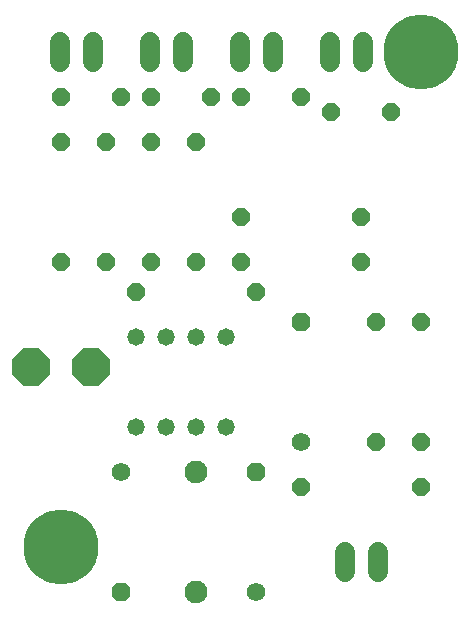
<source format=gbr>
G04 EAGLE Gerber RS-274X export*
G75*
%MOMM*%
%FSLAX34Y34*%
%LPD*%
%INBottom Copper*%
%IPPOS*%
%AMOC8*
5,1,8,0,0,1.08239X$1,22.5*%
G01*
%ADD10C,1.574800*%
%ADD11P,1.704548X8X112.500000*%
%ADD12P,1.704548X8X292.500000*%
%ADD13P,1.594577X8X22.500000*%
%ADD14C,1.930400*%
%ADD15P,3.409096X8X292.500000*%
%ADD16C,1.473200*%
%ADD17C,1.676400*%
%ADD18P,1.594577X8X112.500000*%
%ADD19P,1.594577X8X292.500000*%
%ADD20P,1.594577X8X202.500000*%
%ADD21C,6.350000*%


D10*
X215900Y25400D03*
D11*
X215900Y127000D03*
D10*
X101600Y127000D03*
D12*
X101600Y25400D03*
D13*
X50800Y444500D03*
X101600Y444500D03*
X127000Y444500D03*
X177800Y444500D03*
X203200Y444500D03*
X254000Y444500D03*
X279400Y431800D03*
X330200Y431800D03*
D10*
X254000Y152400D03*
D11*
X254000Y254000D03*
D14*
X165100Y127000D03*
X165100Y25400D03*
D15*
X25400Y215900D03*
X76200Y215900D03*
D16*
X114300Y165100D03*
X139700Y165100D03*
X139700Y241300D03*
X114300Y241300D03*
X165100Y165100D03*
X190500Y165100D03*
X165100Y241300D03*
X190500Y241300D03*
D17*
X49530Y474218D02*
X49530Y490982D01*
X77470Y490982D02*
X77470Y474218D01*
X125730Y474218D02*
X125730Y490982D01*
X153670Y490982D02*
X153670Y474218D01*
X201930Y474218D02*
X201930Y490982D01*
X229870Y490982D02*
X229870Y474218D01*
X278130Y474218D02*
X278130Y490982D01*
X306070Y490982D02*
X306070Y474218D01*
X290830Y59182D02*
X290830Y42418D01*
X318770Y42418D02*
X318770Y59182D01*
D18*
X317500Y152400D03*
X317500Y254000D03*
X355600Y152400D03*
X355600Y254000D03*
D19*
X50800Y406400D03*
X50800Y304800D03*
X88900Y406400D03*
X88900Y304800D03*
X127000Y406400D03*
X127000Y304800D03*
X165100Y406400D03*
X165100Y304800D03*
D13*
X254000Y114300D03*
X355600Y114300D03*
X203200Y342900D03*
X304800Y342900D03*
D20*
X304800Y304800D03*
X203200Y304800D03*
X215900Y279400D03*
X114300Y279400D03*
D21*
X50800Y63500D03*
X355600Y482600D03*
M02*

</source>
